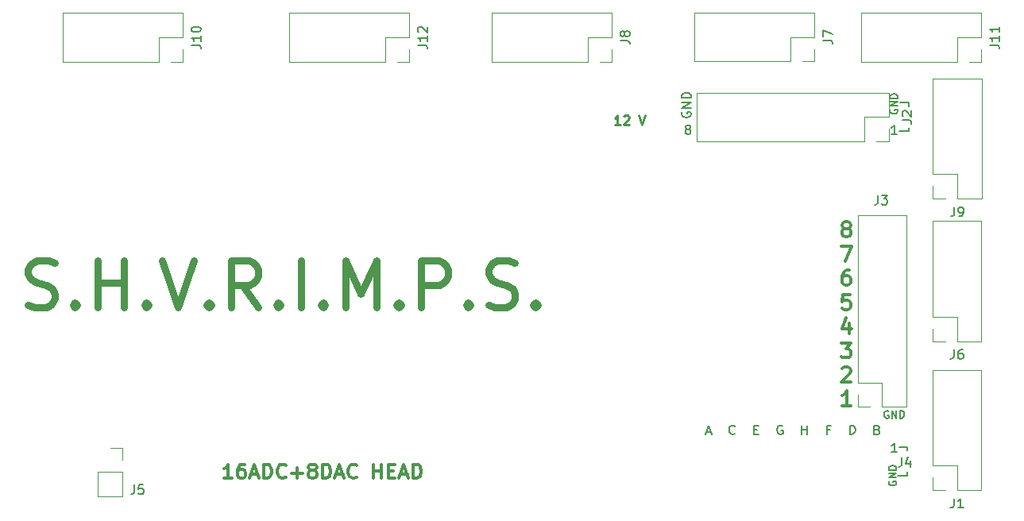
<source format=gbr>
%TF.GenerationSoftware,KiCad,Pcbnew,(6.0.5-0)*%
%TF.CreationDate,2022-06-29T18:32:03+01:00*%
%TF.ProjectId,revised_minh_design,72657669-7365-4645-9f6d-696e685f6465,rev?*%
%TF.SameCoordinates,Original*%
%TF.FileFunction,Legend,Top*%
%TF.FilePolarity,Positive*%
%FSLAX46Y46*%
G04 Gerber Fmt 4.6, Leading zero omitted, Abs format (unit mm)*
G04 Created by KiCad (PCBNEW (6.0.5-0)) date 2022-06-29 18:32:03*
%MOMM*%
%LPD*%
G01*
G04 APERTURE LIST*
%ADD10C,0.150000*%
%ADD11C,0.200000*%
%ADD12C,0.300000*%
%ADD13C,0.800000*%
%ADD14C,0.250000*%
%ADD15C,0.120000*%
G04 APERTURE END LIST*
D10*
X144399000Y-40005000D02*
X145288000Y-40005000D01*
X145161000Y-76708000D02*
X145161000Y-77089000D01*
X145288000Y-43053000D02*
X145288000Y-42672000D01*
X145288000Y-40005000D02*
X145288000Y-40386000D01*
X144272000Y-43053000D02*
X145288000Y-43053000D01*
X145161000Y-79756000D02*
X145161000Y-79375000D01*
X144145000Y-79756000D02*
X145161000Y-79756000D01*
X144272000Y-76708000D02*
X145161000Y-76708000D01*
D11*
X123723523Y-75080000D02*
X124214000Y-75080000D01*
X123625428Y-75337142D02*
X123968761Y-74437142D01*
X124312095Y-75337142D01*
X126813523Y-75251428D02*
X126764476Y-75294285D01*
X126617333Y-75337142D01*
X126519238Y-75337142D01*
X126372095Y-75294285D01*
X126274000Y-75208571D01*
X126224952Y-75122857D01*
X126175904Y-74951428D01*
X126175904Y-74822857D01*
X126224952Y-74651428D01*
X126274000Y-74565714D01*
X126372095Y-74480000D01*
X126519238Y-74437142D01*
X126617333Y-74437142D01*
X126764476Y-74480000D01*
X126813523Y-74522857D01*
X128824476Y-74865714D02*
X129167809Y-74865714D01*
X129314952Y-75337142D02*
X128824476Y-75337142D01*
X128824476Y-74437142D01*
X129314952Y-74437142D01*
X131865428Y-74480000D02*
X131767333Y-74437142D01*
X131620190Y-74437142D01*
X131473047Y-74480000D01*
X131374952Y-74565714D01*
X131325904Y-74651428D01*
X131276857Y-74822857D01*
X131276857Y-74951428D01*
X131325904Y-75122857D01*
X131374952Y-75208571D01*
X131473047Y-75294285D01*
X131620190Y-75337142D01*
X131718285Y-75337142D01*
X131865428Y-75294285D01*
X131914476Y-75251428D01*
X131914476Y-74951428D01*
X131718285Y-74951428D01*
X133925428Y-75337142D02*
X133925428Y-74437142D01*
X133925428Y-74865714D02*
X134514000Y-74865714D01*
X134514000Y-75337142D02*
X134514000Y-74437142D01*
X136917333Y-74865714D02*
X136574000Y-74865714D01*
X136574000Y-75337142D02*
X136574000Y-74437142D01*
X137064476Y-74437142D01*
X139026380Y-75337142D02*
X139026380Y-74437142D01*
X139271619Y-74437142D01*
X139418761Y-74480000D01*
X139516857Y-74565714D01*
X139565904Y-74651428D01*
X139614952Y-74822857D01*
X139614952Y-74951428D01*
X139565904Y-75122857D01*
X139516857Y-75208571D01*
X139418761Y-75294285D01*
X139271619Y-75337142D01*
X139026380Y-75337142D01*
X141969238Y-74865714D02*
X142116380Y-74908571D01*
X142165428Y-74951428D01*
X142214476Y-75037142D01*
X142214476Y-75165714D01*
X142165428Y-75251428D01*
X142116380Y-75294285D01*
X142018285Y-75337142D01*
X141625904Y-75337142D01*
X141625904Y-74437142D01*
X141969238Y-74437142D01*
X142067333Y-74480000D01*
X142116380Y-74522857D01*
X142165428Y-74608571D01*
X142165428Y-74694285D01*
X142116380Y-74780000D01*
X142067333Y-74822857D01*
X141969238Y-74865714D01*
X141625904Y-74865714D01*
D12*
X138531619Y-53404523D02*
X138379238Y-53328333D01*
X138303047Y-53252142D01*
X138226857Y-53099761D01*
X138226857Y-53023571D01*
X138303047Y-52871190D01*
X138379238Y-52795000D01*
X138531619Y-52718809D01*
X138836380Y-52718809D01*
X138988761Y-52795000D01*
X139064952Y-52871190D01*
X139141142Y-53023571D01*
X139141142Y-53099761D01*
X139064952Y-53252142D01*
X138988761Y-53328333D01*
X138836380Y-53404523D01*
X138531619Y-53404523D01*
X138379238Y-53480714D01*
X138303047Y-53556904D01*
X138226857Y-53709285D01*
X138226857Y-54014047D01*
X138303047Y-54166428D01*
X138379238Y-54242619D01*
X138531619Y-54318809D01*
X138836380Y-54318809D01*
X138988761Y-54242619D01*
X139064952Y-54166428D01*
X139141142Y-54014047D01*
X139141142Y-53709285D01*
X139064952Y-53556904D01*
X138988761Y-53480714D01*
X138836380Y-53404523D01*
X138150666Y-55294809D02*
X139217333Y-55294809D01*
X138531619Y-56894809D01*
X138988761Y-57870809D02*
X138684000Y-57870809D01*
X138531619Y-57947000D01*
X138455428Y-58023190D01*
X138303047Y-58251761D01*
X138226857Y-58556523D01*
X138226857Y-59166047D01*
X138303047Y-59318428D01*
X138379238Y-59394619D01*
X138531619Y-59470809D01*
X138836380Y-59470809D01*
X138988761Y-59394619D01*
X139064952Y-59318428D01*
X139141142Y-59166047D01*
X139141142Y-58785095D01*
X139064952Y-58632714D01*
X138988761Y-58556523D01*
X138836380Y-58480333D01*
X138531619Y-58480333D01*
X138379238Y-58556523D01*
X138303047Y-58632714D01*
X138226857Y-58785095D01*
X139064952Y-60446809D02*
X138303047Y-60446809D01*
X138226857Y-61208714D01*
X138303047Y-61132523D01*
X138455428Y-61056333D01*
X138836380Y-61056333D01*
X138988761Y-61132523D01*
X139064952Y-61208714D01*
X139141142Y-61361095D01*
X139141142Y-61742047D01*
X139064952Y-61894428D01*
X138988761Y-61970619D01*
X138836380Y-62046809D01*
X138455428Y-62046809D01*
X138303047Y-61970619D01*
X138226857Y-61894428D01*
X138988761Y-63556142D02*
X138988761Y-64622809D01*
X138607809Y-62946619D02*
X138226857Y-64089476D01*
X139217333Y-64089476D01*
X138150666Y-65598809D02*
X139141142Y-65598809D01*
X138607809Y-66208333D01*
X138836380Y-66208333D01*
X138988761Y-66284523D01*
X139064952Y-66360714D01*
X139141142Y-66513095D01*
X139141142Y-66894047D01*
X139064952Y-67046428D01*
X138988761Y-67122619D01*
X138836380Y-67198809D01*
X138379238Y-67198809D01*
X138226857Y-67122619D01*
X138150666Y-67046428D01*
X138226857Y-68327190D02*
X138303047Y-68251000D01*
X138455428Y-68174809D01*
X138836380Y-68174809D01*
X138988761Y-68251000D01*
X139064952Y-68327190D01*
X139141142Y-68479571D01*
X139141142Y-68631952D01*
X139064952Y-68860523D01*
X138150666Y-69774809D01*
X139141142Y-69774809D01*
X139141142Y-72350809D02*
X138226857Y-72350809D01*
X138684000Y-72350809D02*
X138684000Y-70750809D01*
X138531619Y-70979380D01*
X138379238Y-71131761D01*
X138226857Y-71207952D01*
D11*
X144049714Y-77242142D02*
X143478285Y-77242142D01*
X143764000Y-77242142D02*
X143764000Y-76342142D01*
X143668761Y-76470714D01*
X143573523Y-76556428D01*
X143478285Y-76599285D01*
D10*
X143237000Y-80365523D02*
X143198904Y-80441714D01*
X143198904Y-80556000D01*
X143237000Y-80670285D01*
X143313190Y-80746476D01*
X143389380Y-80784571D01*
X143541761Y-80822666D01*
X143656047Y-80822666D01*
X143808428Y-80784571D01*
X143884619Y-80746476D01*
X143960809Y-80670285D01*
X143998904Y-80556000D01*
X143998904Y-80479809D01*
X143960809Y-80365523D01*
X143922714Y-80327428D01*
X143656047Y-80327428D01*
X143656047Y-80479809D01*
X143998904Y-79984571D02*
X143198904Y-79984571D01*
X143998904Y-79527428D01*
X143198904Y-79527428D01*
X143998904Y-79146476D02*
X143198904Y-79146476D01*
X143198904Y-78956000D01*
X143237000Y-78841714D01*
X143313190Y-78765523D01*
X143389380Y-78727428D01*
X143541761Y-78689333D01*
X143656047Y-78689333D01*
X143808428Y-78727428D01*
X143884619Y-78765523D01*
X143960809Y-78841714D01*
X143998904Y-78956000D01*
X143998904Y-79146476D01*
X143364000Y-40741523D02*
X143325904Y-40817714D01*
X143325904Y-40932000D01*
X143364000Y-41046285D01*
X143440190Y-41122476D01*
X143516380Y-41160571D01*
X143668761Y-41198666D01*
X143783047Y-41198666D01*
X143935428Y-41160571D01*
X144011619Y-41122476D01*
X144087809Y-41046285D01*
X144125904Y-40932000D01*
X144125904Y-40855809D01*
X144087809Y-40741523D01*
X144049714Y-40703428D01*
X143783047Y-40703428D01*
X143783047Y-40855809D01*
X144125904Y-40360571D02*
X143325904Y-40360571D01*
X144125904Y-39903428D01*
X143325904Y-39903428D01*
X144125904Y-39522476D02*
X143325904Y-39522476D01*
X143325904Y-39332000D01*
X143364000Y-39217714D01*
X143440190Y-39141523D01*
X143516380Y-39103428D01*
X143668761Y-39065333D01*
X143783047Y-39065333D01*
X143935428Y-39103428D01*
X144011619Y-39141523D01*
X144087809Y-39217714D01*
X144125904Y-39332000D01*
X144125904Y-39522476D01*
X121166000Y-41020904D02*
X121118380Y-41116142D01*
X121118380Y-41259000D01*
X121166000Y-41401857D01*
X121261238Y-41497095D01*
X121356476Y-41544714D01*
X121546952Y-41592333D01*
X121689809Y-41592333D01*
X121880285Y-41544714D01*
X121975523Y-41497095D01*
X122070761Y-41401857D01*
X122118380Y-41259000D01*
X122118380Y-41163761D01*
X122070761Y-41020904D01*
X122023142Y-40973285D01*
X121689809Y-40973285D01*
X121689809Y-41163761D01*
X122118380Y-40544714D02*
X121118380Y-40544714D01*
X122118380Y-39973285D01*
X121118380Y-39973285D01*
X122118380Y-39497095D02*
X121118380Y-39497095D01*
X121118380Y-39259000D01*
X121166000Y-39116142D01*
X121261238Y-39020904D01*
X121356476Y-38973285D01*
X121546952Y-38925666D01*
X121689809Y-38925666D01*
X121880285Y-38973285D01*
X121975523Y-39020904D01*
X122070761Y-39116142D01*
X122118380Y-39259000D01*
X122118380Y-39497095D01*
X143164476Y-72879000D02*
X143088285Y-72840904D01*
X142974000Y-72840904D01*
X142859714Y-72879000D01*
X142783523Y-72955190D01*
X142745428Y-73031380D01*
X142707333Y-73183761D01*
X142707333Y-73298047D01*
X142745428Y-73450428D01*
X142783523Y-73526619D01*
X142859714Y-73602809D01*
X142974000Y-73640904D01*
X143050190Y-73640904D01*
X143164476Y-73602809D01*
X143202571Y-73564714D01*
X143202571Y-73298047D01*
X143050190Y-73298047D01*
X143545428Y-73640904D02*
X143545428Y-72840904D01*
X144002571Y-73640904D01*
X144002571Y-72840904D01*
X144383523Y-73640904D02*
X144383523Y-72840904D01*
X144574000Y-72840904D01*
X144688285Y-72879000D01*
X144764476Y-72955190D01*
X144802571Y-73031380D01*
X144840666Y-73183761D01*
X144840666Y-73298047D01*
X144802571Y-73450428D01*
X144764476Y-73526619D01*
X144688285Y-73602809D01*
X144574000Y-73640904D01*
X144383523Y-73640904D01*
D12*
X73219857Y-80053571D02*
X72362714Y-80053571D01*
X72791285Y-80053571D02*
X72791285Y-78553571D01*
X72648428Y-78767857D01*
X72505571Y-78910714D01*
X72362714Y-78982142D01*
X74505571Y-78553571D02*
X74219857Y-78553571D01*
X74077000Y-78625000D01*
X74005571Y-78696428D01*
X73862714Y-78910714D01*
X73791285Y-79196428D01*
X73791285Y-79767857D01*
X73862714Y-79910714D01*
X73934142Y-79982142D01*
X74077000Y-80053571D01*
X74362714Y-80053571D01*
X74505571Y-79982142D01*
X74577000Y-79910714D01*
X74648428Y-79767857D01*
X74648428Y-79410714D01*
X74577000Y-79267857D01*
X74505571Y-79196428D01*
X74362714Y-79125000D01*
X74077000Y-79125000D01*
X73934142Y-79196428D01*
X73862714Y-79267857D01*
X73791285Y-79410714D01*
X75219857Y-79625000D02*
X75934142Y-79625000D01*
X75077000Y-80053571D02*
X75577000Y-78553571D01*
X76077000Y-80053571D01*
X76577000Y-80053571D02*
X76577000Y-78553571D01*
X76934142Y-78553571D01*
X77148428Y-78625000D01*
X77291285Y-78767857D01*
X77362714Y-78910714D01*
X77434142Y-79196428D01*
X77434142Y-79410714D01*
X77362714Y-79696428D01*
X77291285Y-79839285D01*
X77148428Y-79982142D01*
X76934142Y-80053571D01*
X76577000Y-80053571D01*
X78934142Y-79910714D02*
X78862714Y-79982142D01*
X78648428Y-80053571D01*
X78505571Y-80053571D01*
X78291285Y-79982142D01*
X78148428Y-79839285D01*
X78077000Y-79696428D01*
X78005571Y-79410714D01*
X78005571Y-79196428D01*
X78077000Y-78910714D01*
X78148428Y-78767857D01*
X78291285Y-78625000D01*
X78505571Y-78553571D01*
X78648428Y-78553571D01*
X78862714Y-78625000D01*
X78934142Y-78696428D01*
X79577000Y-79482142D02*
X80719857Y-79482142D01*
X80148428Y-80053571D02*
X80148428Y-78910714D01*
X81648428Y-79196428D02*
X81505571Y-79125000D01*
X81434142Y-79053571D01*
X81362714Y-78910714D01*
X81362714Y-78839285D01*
X81434142Y-78696428D01*
X81505571Y-78625000D01*
X81648428Y-78553571D01*
X81934142Y-78553571D01*
X82077000Y-78625000D01*
X82148428Y-78696428D01*
X82219857Y-78839285D01*
X82219857Y-78910714D01*
X82148428Y-79053571D01*
X82077000Y-79125000D01*
X81934142Y-79196428D01*
X81648428Y-79196428D01*
X81505571Y-79267857D01*
X81434142Y-79339285D01*
X81362714Y-79482142D01*
X81362714Y-79767857D01*
X81434142Y-79910714D01*
X81505571Y-79982142D01*
X81648428Y-80053571D01*
X81934142Y-80053571D01*
X82077000Y-79982142D01*
X82148428Y-79910714D01*
X82219857Y-79767857D01*
X82219857Y-79482142D01*
X82148428Y-79339285D01*
X82077000Y-79267857D01*
X81934142Y-79196428D01*
X82862714Y-80053571D02*
X82862714Y-78553571D01*
X83219857Y-78553571D01*
X83434142Y-78625000D01*
X83577000Y-78767857D01*
X83648428Y-78910714D01*
X83719857Y-79196428D01*
X83719857Y-79410714D01*
X83648428Y-79696428D01*
X83577000Y-79839285D01*
X83434142Y-79982142D01*
X83219857Y-80053571D01*
X82862714Y-80053571D01*
X84291285Y-79625000D02*
X85005571Y-79625000D01*
X84148428Y-80053571D02*
X84648428Y-78553571D01*
X85148428Y-80053571D01*
X86505571Y-79910714D02*
X86434142Y-79982142D01*
X86219857Y-80053571D01*
X86077000Y-80053571D01*
X85862714Y-79982142D01*
X85719857Y-79839285D01*
X85648428Y-79696428D01*
X85577000Y-79410714D01*
X85577000Y-79196428D01*
X85648428Y-78910714D01*
X85719857Y-78767857D01*
X85862714Y-78625000D01*
X86077000Y-78553571D01*
X86219857Y-78553571D01*
X86434142Y-78625000D01*
X86505571Y-78696428D01*
X88291285Y-80053571D02*
X88291285Y-78553571D01*
X88291285Y-79267857D02*
X89148428Y-79267857D01*
X89148428Y-80053571D02*
X89148428Y-78553571D01*
X89862714Y-79267857D02*
X90362714Y-79267857D01*
X90577000Y-80053571D02*
X89862714Y-80053571D01*
X89862714Y-78553571D01*
X90577000Y-78553571D01*
X91148428Y-79625000D02*
X91862714Y-79625000D01*
X91005571Y-80053571D02*
X91505571Y-78553571D01*
X92005571Y-80053571D01*
X92505571Y-80053571D02*
X92505571Y-78553571D01*
X92862714Y-78553571D01*
X93077000Y-78625000D01*
X93219857Y-78767857D01*
X93291285Y-78910714D01*
X93362714Y-79196428D01*
X93362714Y-79410714D01*
X93291285Y-79696428D01*
X93219857Y-79839285D01*
X93077000Y-79982142D01*
X92862714Y-80053571D01*
X92505571Y-80053571D01*
D13*
X51470142Y-61586809D02*
X52184428Y-61824904D01*
X53374904Y-61824904D01*
X53851095Y-61586809D01*
X54089190Y-61348714D01*
X54327285Y-60872523D01*
X54327285Y-60396333D01*
X54089190Y-59920142D01*
X53851095Y-59682047D01*
X53374904Y-59443952D01*
X52422523Y-59205857D01*
X51946333Y-58967761D01*
X51708238Y-58729666D01*
X51470142Y-58253476D01*
X51470142Y-57777285D01*
X51708238Y-57301095D01*
X51946333Y-57063000D01*
X52422523Y-56824904D01*
X53613000Y-56824904D01*
X54327285Y-57063000D01*
X56470142Y-61348714D02*
X56708238Y-61586809D01*
X56470142Y-61824904D01*
X56232047Y-61586809D01*
X56470142Y-61348714D01*
X56470142Y-61824904D01*
X58851095Y-61824904D02*
X58851095Y-56824904D01*
X58851095Y-59205857D02*
X61708238Y-59205857D01*
X61708238Y-61824904D02*
X61708238Y-56824904D01*
X64089190Y-61348714D02*
X64327285Y-61586809D01*
X64089190Y-61824904D01*
X63851095Y-61586809D01*
X64089190Y-61348714D01*
X64089190Y-61824904D01*
X65755857Y-56824904D02*
X67422523Y-61824904D01*
X69089190Y-56824904D01*
X70755857Y-61348714D02*
X70993952Y-61586809D01*
X70755857Y-61824904D01*
X70517761Y-61586809D01*
X70755857Y-61348714D01*
X70755857Y-61824904D01*
X75993952Y-61824904D02*
X74327285Y-59443952D01*
X73136809Y-61824904D02*
X73136809Y-56824904D01*
X75041571Y-56824904D01*
X75517761Y-57063000D01*
X75755857Y-57301095D01*
X75993952Y-57777285D01*
X75993952Y-58491571D01*
X75755857Y-58967761D01*
X75517761Y-59205857D01*
X75041571Y-59443952D01*
X73136809Y-59443952D01*
X78136809Y-61348714D02*
X78374904Y-61586809D01*
X78136809Y-61824904D01*
X77898714Y-61586809D01*
X78136809Y-61348714D01*
X78136809Y-61824904D01*
X80517761Y-61824904D02*
X80517761Y-56824904D01*
X82898714Y-61348714D02*
X83136809Y-61586809D01*
X82898714Y-61824904D01*
X82660619Y-61586809D01*
X82898714Y-61348714D01*
X82898714Y-61824904D01*
X85279666Y-61824904D02*
X85279666Y-56824904D01*
X86946333Y-60396333D01*
X88613000Y-56824904D01*
X88613000Y-61824904D01*
X90993952Y-61348714D02*
X91232047Y-61586809D01*
X90993952Y-61824904D01*
X90755857Y-61586809D01*
X90993952Y-61348714D01*
X90993952Y-61824904D01*
X93374904Y-61824904D02*
X93374904Y-56824904D01*
X95279666Y-56824904D01*
X95755857Y-57063000D01*
X95993952Y-57301095D01*
X96232047Y-57777285D01*
X96232047Y-58491571D01*
X95993952Y-58967761D01*
X95755857Y-59205857D01*
X95279666Y-59443952D01*
X93374904Y-59443952D01*
X98374904Y-61348714D02*
X98613000Y-61586809D01*
X98374904Y-61824904D01*
X98136809Y-61586809D01*
X98374904Y-61348714D01*
X98374904Y-61824904D01*
X100517761Y-61586809D02*
X101232047Y-61824904D01*
X102422523Y-61824904D01*
X102898714Y-61586809D01*
X103136809Y-61348714D01*
X103374904Y-60872523D01*
X103374904Y-60396333D01*
X103136809Y-59920142D01*
X102898714Y-59682047D01*
X102422523Y-59443952D01*
X101470142Y-59205857D01*
X100993952Y-58967761D01*
X100755857Y-58729666D01*
X100517761Y-58253476D01*
X100517761Y-57777285D01*
X100755857Y-57301095D01*
X100993952Y-57063000D01*
X101470142Y-56824904D01*
X102660619Y-56824904D01*
X103374904Y-57063000D01*
X105517761Y-61348714D02*
X105755857Y-61586809D01*
X105517761Y-61824904D01*
X105279666Y-61586809D01*
X105517761Y-61348714D01*
X105517761Y-61824904D01*
D11*
X121697761Y-42818857D02*
X121602523Y-42776000D01*
X121554904Y-42733142D01*
X121507285Y-42647428D01*
X121507285Y-42604571D01*
X121554904Y-42518857D01*
X121602523Y-42476000D01*
X121697761Y-42433142D01*
X121888238Y-42433142D01*
X121983476Y-42476000D01*
X122031095Y-42518857D01*
X122078714Y-42604571D01*
X122078714Y-42647428D01*
X122031095Y-42733142D01*
X121983476Y-42776000D01*
X121888238Y-42818857D01*
X121697761Y-42818857D01*
X121602523Y-42861714D01*
X121554904Y-42904571D01*
X121507285Y-42990285D01*
X121507285Y-43161714D01*
X121554904Y-43247428D01*
X121602523Y-43290285D01*
X121697761Y-43333142D01*
X121888238Y-43333142D01*
X121983476Y-43290285D01*
X122031095Y-43247428D01*
X122078714Y-43161714D01*
X122078714Y-42990285D01*
X122031095Y-42904571D01*
X121983476Y-42861714D01*
X121888238Y-42818857D01*
X144049714Y-43333142D02*
X143478285Y-43333142D01*
X143764000Y-43333142D02*
X143764000Y-42433142D01*
X143668761Y-42561714D01*
X143573523Y-42647428D01*
X143478285Y-42690285D01*
D14*
X114570000Y-42362380D02*
X113998571Y-42362380D01*
X114284285Y-42362380D02*
X114284285Y-41362380D01*
X114189047Y-41505238D01*
X114093809Y-41600476D01*
X113998571Y-41648095D01*
X114950952Y-41457619D02*
X114998571Y-41410000D01*
X115093809Y-41362380D01*
X115331904Y-41362380D01*
X115427142Y-41410000D01*
X115474761Y-41457619D01*
X115522380Y-41552857D01*
X115522380Y-41648095D01*
X115474761Y-41790952D01*
X114903333Y-42362380D01*
X115522380Y-42362380D01*
X116570000Y-41362380D02*
X116903333Y-42362380D01*
X117236666Y-41362380D01*
D10*
%TO.C,J5*%
X62785666Y-80732380D02*
X62785666Y-81446666D01*
X62738047Y-81589523D01*
X62642809Y-81684761D01*
X62499952Y-81732380D01*
X62404714Y-81732380D01*
X63738047Y-80732380D02*
X63261857Y-80732380D01*
X63214238Y-81208571D01*
X63261857Y-81160952D01*
X63357095Y-81113333D01*
X63595190Y-81113333D01*
X63690428Y-81160952D01*
X63738047Y-81208571D01*
X63785666Y-81303809D01*
X63785666Y-81541904D01*
X63738047Y-81637142D01*
X63690428Y-81684761D01*
X63595190Y-81732380D01*
X63357095Y-81732380D01*
X63261857Y-81684761D01*
X63214238Y-81637142D01*
%TO.C,J9*%
X150161666Y-51117380D02*
X150161666Y-51831666D01*
X150114047Y-51974523D01*
X150018809Y-52069761D01*
X149875952Y-52117380D01*
X149780714Y-52117380D01*
X150685476Y-52117380D02*
X150875952Y-52117380D01*
X150971190Y-52069761D01*
X151018809Y-52022142D01*
X151114047Y-51879285D01*
X151161666Y-51688809D01*
X151161666Y-51307857D01*
X151114047Y-51212619D01*
X151066428Y-51165000D01*
X150971190Y-51117380D01*
X150780714Y-51117380D01*
X150685476Y-51165000D01*
X150637857Y-51212619D01*
X150590238Y-51307857D01*
X150590238Y-51545952D01*
X150637857Y-51641190D01*
X150685476Y-51688809D01*
X150780714Y-51736428D01*
X150971190Y-51736428D01*
X151066428Y-51688809D01*
X151114047Y-51641190D01*
X151161666Y-51545952D01*
%TO.C, *%
%TO.C,J3*%
X142033666Y-49871380D02*
X142033666Y-50585666D01*
X141986047Y-50728523D01*
X141890809Y-50823761D01*
X141747952Y-50871380D01*
X141652714Y-50871380D01*
X142414619Y-49871380D02*
X143033666Y-49871380D01*
X142700333Y-50252333D01*
X142843190Y-50252333D01*
X142938428Y-50299952D01*
X142986047Y-50347571D01*
X143033666Y-50442809D01*
X143033666Y-50680904D01*
X142986047Y-50776142D01*
X142938428Y-50823761D01*
X142843190Y-50871380D01*
X142557476Y-50871380D01*
X142462238Y-50823761D01*
X142414619Y-50776142D01*
%TO.C, *%
%TO.C,J10*%
X68867380Y-33849523D02*
X69581666Y-33849523D01*
X69724523Y-33897142D01*
X69819761Y-33992380D01*
X69867380Y-34135238D01*
X69867380Y-34230476D01*
X69867380Y-32849523D02*
X69867380Y-33420952D01*
X69867380Y-33135238D02*
X68867380Y-33135238D01*
X69010238Y-33230476D01*
X69105476Y-33325714D01*
X69153095Y-33420952D01*
X68867380Y-32230476D02*
X68867380Y-32135238D01*
X68915000Y-32040000D01*
X68962619Y-31992380D01*
X69057857Y-31944761D01*
X69248333Y-31897142D01*
X69486428Y-31897142D01*
X69676904Y-31944761D01*
X69772142Y-31992380D01*
X69819761Y-32040000D01*
X69867380Y-32135238D01*
X69867380Y-32230476D01*
X69819761Y-32325714D01*
X69772142Y-32373333D01*
X69676904Y-32420952D01*
X69486428Y-32468571D01*
X69248333Y-32468571D01*
X69057857Y-32420952D01*
X68962619Y-32373333D01*
X68915000Y-32325714D01*
X68867380Y-32230476D01*
%TO.C, *%
%TO.C,J6*%
X150141666Y-66327380D02*
X150141666Y-67041666D01*
X150094047Y-67184523D01*
X149998809Y-67279761D01*
X149855952Y-67327380D01*
X149760714Y-67327380D01*
X151046428Y-66327380D02*
X150855952Y-66327380D01*
X150760714Y-66375000D01*
X150713095Y-66422619D01*
X150617857Y-66565476D01*
X150570238Y-66755952D01*
X150570238Y-67136904D01*
X150617857Y-67232142D01*
X150665476Y-67279761D01*
X150760714Y-67327380D01*
X150951190Y-67327380D01*
X151046428Y-67279761D01*
X151094047Y-67232142D01*
X151141666Y-67136904D01*
X151141666Y-66898809D01*
X151094047Y-66803571D01*
X151046428Y-66755952D01*
X150951190Y-66708333D01*
X150760714Y-66708333D01*
X150665476Y-66755952D01*
X150617857Y-66803571D01*
X150570238Y-66898809D01*
%TO.C,J12*%
X92997380Y-33849523D02*
X93711666Y-33849523D01*
X93854523Y-33897142D01*
X93949761Y-33992380D01*
X93997380Y-34135238D01*
X93997380Y-34230476D01*
X93997380Y-32849523D02*
X93997380Y-33420952D01*
X93997380Y-33135238D02*
X92997380Y-33135238D01*
X93140238Y-33230476D01*
X93235476Y-33325714D01*
X93283095Y-33420952D01*
X93092619Y-32468571D02*
X93045000Y-32420952D01*
X92997380Y-32325714D01*
X92997380Y-32087619D01*
X93045000Y-31992380D01*
X93092619Y-31944761D01*
X93187857Y-31897142D01*
X93283095Y-31897142D01*
X93425952Y-31944761D01*
X93997380Y-32516190D01*
X93997380Y-31897142D01*
%TO.C,J1*%
X150141666Y-82202380D02*
X150141666Y-82916666D01*
X150094047Y-83059523D01*
X149998809Y-83154761D01*
X149855952Y-83202380D01*
X149760714Y-83202380D01*
X151141666Y-83202380D02*
X150570238Y-83202380D01*
X150855952Y-83202380D02*
X150855952Y-82202380D01*
X150760714Y-82345238D01*
X150665476Y-82440476D01*
X150570238Y-82488095D01*
%TO.C,J2*%
X144613380Y-41862333D02*
X145327666Y-41862333D01*
X145470523Y-41909952D01*
X145565761Y-42005190D01*
X145613380Y-42148047D01*
X145613380Y-42243285D01*
X144708619Y-41433761D02*
X144661000Y-41386142D01*
X144613380Y-41290904D01*
X144613380Y-41052809D01*
X144661000Y-40957571D01*
X144708619Y-40909952D01*
X144803857Y-40862333D01*
X144899095Y-40862333D01*
X145041952Y-40909952D01*
X145613380Y-41481380D01*
X145613380Y-40862333D01*
%TO.C,J8*%
X114587380Y-33373333D02*
X115301666Y-33373333D01*
X115444523Y-33420952D01*
X115539761Y-33516190D01*
X115587380Y-33659047D01*
X115587380Y-33754285D01*
X115015952Y-32754285D02*
X114968333Y-32849523D01*
X114920714Y-32897142D01*
X114825476Y-32944761D01*
X114777857Y-32944761D01*
X114682619Y-32897142D01*
X114635000Y-32849523D01*
X114587380Y-32754285D01*
X114587380Y-32563809D01*
X114635000Y-32468571D01*
X114682619Y-32420952D01*
X114777857Y-32373333D01*
X114825476Y-32373333D01*
X114920714Y-32420952D01*
X114968333Y-32468571D01*
X115015952Y-32563809D01*
X115015952Y-32754285D01*
X115063571Y-32849523D01*
X115111190Y-32897142D01*
X115206428Y-32944761D01*
X115396904Y-32944761D01*
X115492142Y-32897142D01*
X115539761Y-32849523D01*
X115587380Y-32754285D01*
X115587380Y-32563809D01*
X115539761Y-32468571D01*
X115492142Y-32420952D01*
X115396904Y-32373333D01*
X115206428Y-32373333D01*
X115111190Y-32420952D01*
X115063571Y-32468571D01*
X115015952Y-32563809D01*
%TO.C,J11*%
X153957380Y-33849523D02*
X154671666Y-33849523D01*
X154814523Y-33897142D01*
X154909761Y-33992380D01*
X154957380Y-34135238D01*
X154957380Y-34230476D01*
X154957380Y-32849523D02*
X154957380Y-33420952D01*
X154957380Y-33135238D02*
X153957380Y-33135238D01*
X154100238Y-33230476D01*
X154195476Y-33325714D01*
X154243095Y-33420952D01*
X154957380Y-31897142D02*
X154957380Y-32468571D01*
X154957380Y-32182857D02*
X153957380Y-32182857D01*
X154100238Y-32278095D01*
X154195476Y-32373333D01*
X154243095Y-32468571D01*
%TO.C,J7*%
X136177380Y-33353333D02*
X136891666Y-33353333D01*
X137034523Y-33400952D01*
X137129761Y-33496190D01*
X137177380Y-33639047D01*
X137177380Y-33734285D01*
X136177380Y-32972380D02*
X136177380Y-32305714D01*
X137177380Y-32734285D01*
%TO.C,J4*%
X144573666Y-77811380D02*
X144573666Y-78525666D01*
X144526047Y-78668523D01*
X144430809Y-78763761D01*
X144287952Y-78811380D01*
X144192714Y-78811380D01*
X145478428Y-78144714D02*
X145478428Y-78811380D01*
X145240333Y-77763761D02*
X145002238Y-78478047D01*
X145621285Y-78478047D01*
D15*
%TO.C,J5*%
X58868000Y-81975000D02*
X61528000Y-81975000D01*
X61528000Y-76775000D02*
X61528000Y-78105000D01*
X58868000Y-79375000D02*
X58868000Y-81975000D01*
X61528000Y-79375000D02*
X61528000Y-81975000D01*
X60198000Y-76775000D02*
X61528000Y-76775000D01*
X58868000Y-79375000D02*
X61528000Y-79375000D01*
%TO.C,J9*%
X150495000Y-47625000D02*
X147895000Y-47625000D01*
X153095000Y-50225000D02*
X153095000Y-37405000D01*
X153095000Y-37405000D02*
X147895000Y-37405000D01*
X149225000Y-50225000D02*
X147895000Y-50225000D01*
X150495000Y-50225000D02*
X150495000Y-47625000D01*
X147895000Y-50225000D02*
X147895000Y-48895000D01*
X147895000Y-47625000D02*
X147895000Y-37405000D01*
X153095000Y-50225000D02*
X150495000Y-50225000D01*
%TO.C,J3*%
X145074000Y-72435000D02*
X145074000Y-51995000D01*
X142474000Y-69835000D02*
X139874000Y-69835000D01*
X145074000Y-72435000D02*
X142474000Y-72435000D01*
X139874000Y-69835000D02*
X139874000Y-51995000D01*
X141204000Y-72435000D02*
X139874000Y-72435000D01*
X139874000Y-72435000D02*
X139874000Y-71105000D01*
X142474000Y-72435000D02*
X142474000Y-69835000D01*
X145074000Y-51995000D02*
X139874000Y-51995000D01*
%TO.C,J10*%
X67975000Y-30440000D02*
X67975000Y-33040000D01*
X55155000Y-30440000D02*
X55155000Y-35640000D01*
X65375000Y-33040000D02*
X65375000Y-35640000D01*
X65375000Y-35640000D02*
X55155000Y-35640000D01*
X67975000Y-33040000D02*
X65375000Y-33040000D01*
X67975000Y-30440000D02*
X55155000Y-30440000D01*
X67975000Y-35640000D02*
X66645000Y-35640000D01*
X67975000Y-34310000D02*
X67975000Y-35640000D01*
%TO.C,J6*%
X150475000Y-65435000D02*
X150475000Y-62835000D01*
X153075000Y-52615000D02*
X147875000Y-52615000D01*
X147875000Y-65435000D02*
X147875000Y-64105000D01*
X153075000Y-65435000D02*
X150475000Y-65435000D01*
X147875000Y-62835000D02*
X147875000Y-52615000D01*
X150475000Y-62835000D02*
X147875000Y-62835000D01*
X149205000Y-65435000D02*
X147875000Y-65435000D01*
X153075000Y-65435000D02*
X153075000Y-52615000D01*
%TO.C,J12*%
X92105000Y-35640000D02*
X90775000Y-35640000D01*
X89505000Y-35640000D02*
X79285000Y-35640000D01*
X92105000Y-30440000D02*
X92105000Y-33040000D01*
X79285000Y-30440000D02*
X79285000Y-35640000D01*
X92105000Y-30440000D02*
X79285000Y-30440000D01*
X92105000Y-33040000D02*
X89505000Y-33040000D01*
X92105000Y-34310000D02*
X92105000Y-35640000D01*
X89505000Y-33040000D02*
X89505000Y-35640000D01*
%TO.C,J1*%
X150475000Y-78710000D02*
X147875000Y-78710000D01*
X147875000Y-81310000D02*
X147875000Y-79980000D01*
X153075000Y-68490000D02*
X147875000Y-68490000D01*
X150475000Y-81310000D02*
X150475000Y-78710000D01*
X153075000Y-81310000D02*
X150475000Y-81310000D01*
X153075000Y-81310000D02*
X153075000Y-68490000D01*
X147875000Y-78710000D02*
X147875000Y-68490000D01*
X149205000Y-81310000D02*
X147875000Y-81310000D01*
%TO.C,J2*%
X143174000Y-42799000D02*
X143174000Y-44129000D01*
X143174000Y-38929000D02*
X143174000Y-41529000D01*
X143174000Y-38929000D02*
X122734000Y-38929000D01*
X140574000Y-41529000D02*
X140574000Y-44129000D01*
X143174000Y-44129000D02*
X141844000Y-44129000D01*
X140574000Y-44129000D02*
X122734000Y-44129000D01*
X122734000Y-38929000D02*
X122734000Y-44129000D01*
X143174000Y-41529000D02*
X140574000Y-41529000D01*
%TO.C,J8*%
X113695000Y-30440000D02*
X113695000Y-33040000D01*
X113695000Y-34310000D02*
X113695000Y-35640000D01*
X113695000Y-33040000D02*
X111095000Y-33040000D01*
X113695000Y-30440000D02*
X100875000Y-30440000D01*
X113695000Y-35640000D02*
X112365000Y-35640000D01*
X111095000Y-33040000D02*
X111095000Y-35640000D01*
X100875000Y-30440000D02*
X100875000Y-35640000D01*
X111095000Y-35640000D02*
X100875000Y-35640000D01*
%TO.C,J11*%
X150465000Y-35640000D02*
X140245000Y-35640000D01*
X150465000Y-33040000D02*
X150465000Y-35640000D01*
X153065000Y-30440000D02*
X153065000Y-33040000D01*
X153065000Y-35640000D02*
X151735000Y-35640000D01*
X153065000Y-30440000D02*
X140245000Y-30440000D01*
X153065000Y-33040000D02*
X150465000Y-33040000D01*
X153065000Y-34310000D02*
X153065000Y-35640000D01*
X140245000Y-30440000D02*
X140245000Y-35640000D01*
%TO.C,J7*%
X122465000Y-30420000D02*
X122465000Y-35620000D01*
X135285000Y-33020000D02*
X132685000Y-33020000D01*
X135285000Y-34290000D02*
X135285000Y-35620000D01*
X135285000Y-30420000D02*
X122465000Y-30420000D01*
X135285000Y-30420000D02*
X135285000Y-33020000D01*
X132685000Y-35620000D02*
X122465000Y-35620000D01*
X135285000Y-35620000D02*
X133955000Y-35620000D01*
X132685000Y-33020000D02*
X132685000Y-35620000D01*
%TD*%
M02*

</source>
